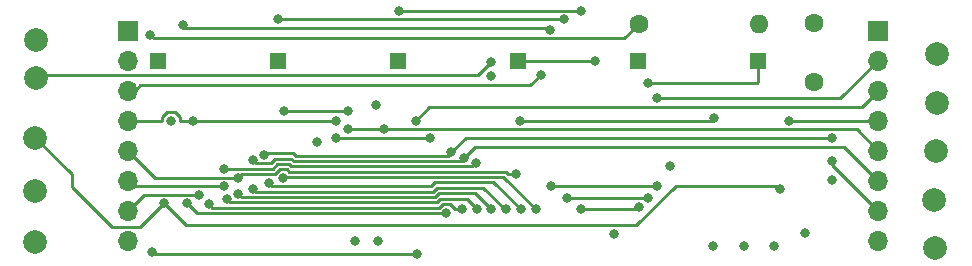
<source format=gbl>
G04 #@! TF.GenerationSoftware,KiCad,Pcbnew,6.0.9-8da3e8f707~116~ubuntu20.04.1*
G04 #@! TF.CreationDate,2022-11-05T14:44:27+00:00*
G04 #@! TF.ProjectId,slrm,736c726d-2e6b-4696-9361-645f70636258,rev?*
G04 #@! TF.SameCoordinates,Original*
G04 #@! TF.FileFunction,Copper,L4,Bot*
G04 #@! TF.FilePolarity,Positive*
%FSLAX46Y46*%
G04 Gerber Fmt 4.6, Leading zero omitted, Abs format (unit mm)*
G04 Created by KiCad (PCBNEW 6.0.9-8da3e8f707~116~ubuntu20.04.1) date 2022-11-05 14:44:27*
%MOMM*%
%LPD*%
G01*
G04 APERTURE LIST*
G04 #@! TA.AperFunction,ComponentPad*
%ADD10R,1.350000X1.350000*%
G04 #@! TD*
G04 #@! TA.AperFunction,ComponentPad*
%ADD11C,2.000000*%
G04 #@! TD*
G04 #@! TA.AperFunction,ComponentPad*
%ADD12C,1.600000*%
G04 #@! TD*
G04 #@! TA.AperFunction,ComponentPad*
%ADD13R,1.700000X1.700000*%
G04 #@! TD*
G04 #@! TA.AperFunction,ComponentPad*
%ADD14O,1.700000X1.700000*%
G04 #@! TD*
G04 #@! TA.AperFunction,ComponentPad*
%ADD15O,1.600000X1.600000*%
G04 #@! TD*
G04 #@! TA.AperFunction,ViaPad*
%ADD16C,0.800000*%
G04 #@! TD*
G04 #@! TA.AperFunction,Conductor*
%ADD17C,0.250000*%
G04 #@! TD*
G04 APERTURE END LIST*
D10*
X121920000Y-88900000D03*
X162560000Y-88900000D03*
D11*
X187629800Y-100660200D03*
X111480600Y-104241600D03*
D12*
X177400000Y-85690000D03*
X177400000Y-90690000D03*
D10*
X142240000Y-88900000D03*
D11*
X111480600Y-99898200D03*
X111480600Y-95427800D03*
X111582200Y-87172800D03*
D13*
X119380000Y-86360000D03*
D14*
X119380000Y-88900000D03*
X119380000Y-91440000D03*
X119380000Y-93980000D03*
X119380000Y-96520000D03*
X119380000Y-99060000D03*
X119380000Y-101600000D03*
X119380000Y-104140000D03*
D12*
X162585400Y-85826600D03*
D15*
X172745400Y-85826600D03*
D13*
X182880000Y-86360000D03*
D14*
X182880000Y-88900000D03*
X182880000Y-91440000D03*
X182880000Y-93980000D03*
X182880000Y-96520000D03*
X182880000Y-99060000D03*
X182880000Y-101600000D03*
X182880000Y-104140000D03*
D10*
X132080000Y-88900000D03*
X172720000Y-88900000D03*
D11*
X187680600Y-104749600D03*
X187807600Y-96545400D03*
X187858400Y-92481400D03*
X111600000Y-90410000D03*
D10*
X152400000Y-88900000D03*
D11*
X187833000Y-88366600D03*
D16*
X138585685Y-104205946D03*
X176700000Y-103500000D03*
X140350000Y-92650000D03*
X135320000Y-95750000D03*
X179000000Y-99000000D03*
X168930000Y-104600000D03*
X174040000Y-104630000D03*
X150100000Y-90200000D03*
X140500000Y-104200000D03*
X123000000Y-93980000D03*
X165240000Y-97820000D03*
X171480000Y-104630000D03*
X160500000Y-103600000D03*
X121195500Y-86700000D03*
X154300000Y-90100000D03*
X137000000Y-95451000D03*
X144900000Y-95451000D03*
X137000000Y-93980000D03*
X124900000Y-93980000D03*
X128700000Y-98800000D03*
X152200000Y-98500000D03*
X127482600Y-98075500D03*
X148800000Y-97575500D03*
X127500000Y-99524500D03*
X121400000Y-105100000D03*
X125345059Y-100249000D03*
X143800000Y-105300000D03*
X155100000Y-86300000D03*
X124000000Y-85900000D03*
X156300000Y-85400000D03*
X132100000Y-85375500D03*
X157700000Y-84700000D03*
X142300000Y-84675500D03*
X158900000Y-88900000D03*
X162600000Y-101300000D03*
X157700000Y-101500000D03*
X163400000Y-90800000D03*
X156500000Y-100500000D03*
X163400000Y-100500000D03*
X155200000Y-99500000D03*
X164124500Y-99500000D03*
X164124500Y-92100000D03*
X143700000Y-94000000D03*
X175300000Y-94000000D03*
X138000000Y-93192600D03*
X138000000Y-94726500D03*
X132537200Y-93141800D03*
X141000000Y-94726500D03*
X129921000Y-97325500D03*
X147818154Y-97125500D03*
X130885397Y-96875500D03*
X146710400Y-96675500D03*
X179000000Y-97400000D03*
X179000000Y-95450500D03*
X174600000Y-99800000D03*
X122402600Y-100973500D03*
X146300000Y-101800000D03*
X124383800Y-100973500D03*
X126200000Y-101075500D03*
X147600000Y-101500000D03*
X148900000Y-101500000D03*
X127700000Y-100625500D03*
X150100000Y-101500000D03*
X128700000Y-100175500D03*
X129900000Y-99725500D03*
X151400000Y-101500000D03*
X152600000Y-101500000D03*
X131300000Y-99275500D03*
X153900000Y-101500000D03*
X132500000Y-98825500D03*
X168940000Y-93780000D03*
X152560000Y-94001500D03*
X150090000Y-89010000D03*
D17*
X121520500Y-87025000D02*
X121195500Y-86700000D01*
X161387000Y-87025000D02*
X121520500Y-87025000D01*
X161387000Y-87025000D02*
X162585400Y-85826600D01*
X119960000Y-91440000D02*
X120400000Y-91000000D01*
X154300000Y-90100000D02*
X153400000Y-91000000D01*
X153400000Y-91000000D02*
X120400000Y-91000000D01*
X119380000Y-91440000D02*
X119960000Y-91440000D01*
X123300305Y-93255000D02*
X122699695Y-93255000D01*
X137000000Y-93980000D02*
X124900000Y-93980000D01*
X122275000Y-93980000D02*
X119380000Y-93980000D01*
X144900000Y-95451000D02*
X137000000Y-95451000D01*
X123725000Y-93980000D02*
X123725000Y-93679695D01*
X122275000Y-93679695D02*
X122275000Y-93980000D01*
X122699695Y-93255000D02*
X122275000Y-93679695D01*
X124900000Y-93980000D02*
X123725000Y-93980000D01*
X123725000Y-93679695D02*
X123300305Y-93255000D01*
X132199695Y-98100500D02*
X132800305Y-98100500D01*
X132800305Y-98100500D02*
X132999805Y-98300000D01*
X128700000Y-98800000D02*
X129000000Y-98500000D01*
X151536396Y-98500000D02*
X152200000Y-98500000D01*
X132999805Y-98300000D02*
X151336396Y-98300000D01*
X128700000Y-98800000D02*
X121660000Y-98800000D01*
X129000000Y-98500000D02*
X131800195Y-98500000D01*
X121660000Y-98800000D02*
X119380000Y-96520000D01*
X151336396Y-98300000D02*
X151536396Y-98500000D01*
X131800195Y-98500000D02*
X132199695Y-98100500D01*
X119844500Y-99524500D02*
X119380000Y-99060000D01*
X132986701Y-97650500D02*
X133186201Y-97850000D01*
X131613799Y-98050000D02*
X132013299Y-97650500D01*
X133186201Y-97850000D02*
X148525500Y-97850000D01*
X127482600Y-98075500D02*
X127508100Y-98050000D01*
X127500000Y-99524500D02*
X119844500Y-99524500D01*
X148525500Y-97850000D02*
X148800000Y-97575500D01*
X127508100Y-98050000D02*
X131613799Y-98050000D01*
X132013299Y-97650500D02*
X132986701Y-97650500D01*
X120731000Y-100249000D02*
X119380000Y-101600000D01*
X121600000Y-105300000D02*
X121400000Y-105100000D01*
X125345059Y-100249000D02*
X120731000Y-100249000D01*
X143800000Y-105300000D02*
X121600000Y-105300000D01*
X124200000Y-86100000D02*
X154900000Y-86100000D01*
X124000000Y-85900000D02*
X124200000Y-86100000D01*
X154900000Y-86100000D02*
X155100000Y-86300000D01*
X132100000Y-85375500D02*
X132124500Y-85400000D01*
X132124500Y-85400000D02*
X156300000Y-85400000D01*
X142300500Y-84675000D02*
X142300000Y-84675500D01*
X157700000Y-84700000D02*
X157675000Y-84675000D01*
X157675000Y-84675000D02*
X142300500Y-84675000D01*
X158900000Y-88900000D02*
X152400000Y-88900000D01*
X162400000Y-101500000D02*
X162600000Y-101300000D01*
X157700000Y-101500000D02*
X162400000Y-101500000D01*
X172720000Y-88900000D02*
X172720000Y-90680000D01*
X156500000Y-100500000D02*
X163400000Y-100500000D01*
X172600000Y-90800000D02*
X163400000Y-90800000D01*
X172720000Y-90680000D02*
X172600000Y-90800000D01*
X155200000Y-99500000D02*
X164124500Y-99500000D01*
X164124500Y-92100000D02*
X179680000Y-92100000D01*
X182880000Y-88900000D02*
X179680000Y-92100000D01*
X182880000Y-91440000D02*
X181495000Y-92825000D01*
X144875000Y-92825000D02*
X143700000Y-94000000D01*
X181495000Y-92825000D02*
X144875000Y-92825000D01*
X175320000Y-93980000D02*
X175300000Y-94000000D01*
X182880000Y-93980000D02*
X175320000Y-93980000D01*
X182880000Y-96520000D02*
X181086000Y-94726000D01*
X132555400Y-93160000D02*
X137967400Y-93160000D01*
X141000500Y-94726000D02*
X141000000Y-94726500D01*
X132537200Y-93141800D02*
X132555400Y-93160000D01*
X137967400Y-93160000D02*
X138000000Y-93192600D01*
X181086000Y-94726000D02*
X141000500Y-94726000D01*
X141000000Y-94726500D02*
X138000000Y-94726500D01*
X131427403Y-97600000D02*
X131826903Y-97200500D01*
X133372597Y-97400000D02*
X147543654Y-97400000D01*
X129921000Y-97325500D02*
X130195500Y-97600000D01*
X180020000Y-96200000D02*
X182880000Y-99060000D01*
X147818154Y-97125500D02*
X148743654Y-96200000D01*
X131826903Y-97200500D02*
X133173097Y-97200500D01*
X148743654Y-96200000D02*
X180020000Y-96200000D01*
X133173097Y-97200500D02*
X133372597Y-97400000D01*
X130195500Y-97600000D02*
X131427403Y-97600000D01*
X147543654Y-97400000D02*
X147818154Y-97125500D01*
X147935400Y-95450500D02*
X179000000Y-95450500D01*
X146435900Y-96950000D02*
X146710400Y-96675500D01*
X131010397Y-96750500D02*
X133359493Y-96750500D01*
X146710400Y-96675500D02*
X147935400Y-95450500D01*
X130885397Y-96875500D02*
X131010397Y-96750500D01*
X182880000Y-101600000D02*
X179000000Y-97720000D01*
X133558993Y-96950000D02*
X146435900Y-96950000D01*
X133359493Y-96750500D02*
X133558993Y-96950000D01*
X179000000Y-97720000D02*
X179000000Y-97400000D01*
X124229100Y-102800000D02*
X162400000Y-102800000D01*
X117976400Y-102965000D02*
X114579400Y-99568000D01*
X122402600Y-100973500D02*
X124229100Y-102800000D01*
X165725000Y-99475000D02*
X174275000Y-99475000D01*
X174275000Y-99475000D02*
X174600000Y-99800000D01*
X114579400Y-98526600D02*
X111480600Y-95427800D01*
X122402600Y-100973500D02*
X120411100Y-102965000D01*
X162400000Y-102800000D02*
X165725000Y-99475000D01*
X120411100Y-102965000D02*
X117976400Y-102965000D01*
X114579400Y-99568000D02*
X114579400Y-98526600D01*
X124383800Y-100973500D02*
X125210300Y-101800000D01*
X125210300Y-101800000D02*
X146300000Y-101800000D01*
X145999695Y-101075000D02*
X145724695Y-101350000D01*
X145724695Y-101350000D02*
X126474500Y-101350000D01*
X147025000Y-101500000D02*
X147025000Y-101499695D01*
X146600305Y-101075000D02*
X145999695Y-101075000D01*
X126474500Y-101350000D02*
X126200000Y-101075500D01*
X147025000Y-101499695D02*
X146600305Y-101075000D01*
X147600000Y-101500000D02*
X147025000Y-101500000D01*
X127974500Y-100900000D02*
X127700000Y-100625500D01*
X145813299Y-100625000D02*
X145538299Y-100900000D01*
X145538299Y-100900000D02*
X127974500Y-100900000D01*
X148900000Y-101500000D02*
X148025000Y-100625000D01*
X148025000Y-100625000D02*
X145813299Y-100625000D01*
X145351903Y-100450000D02*
X128974500Y-100450000D01*
X145701903Y-100100000D02*
X145351903Y-100450000D01*
X148700000Y-100100000D02*
X145701903Y-100100000D01*
X150100000Y-101500000D02*
X148700000Y-100100000D01*
X128974500Y-100450000D02*
X128700000Y-100175500D01*
X129900000Y-99725500D02*
X130174500Y-100000000D01*
X130174500Y-100000000D02*
X145165507Y-100000000D01*
X149450000Y-99650000D02*
X151300000Y-101500000D01*
X151300000Y-101500000D02*
X151400000Y-101500000D01*
X145515507Y-99650000D02*
X149450000Y-99650000D01*
X145165507Y-100000000D02*
X145515507Y-99650000D01*
X144979111Y-99550000D02*
X145329111Y-99200000D01*
X131574500Y-99550000D02*
X144979111Y-99550000D01*
X131300000Y-99275500D02*
X131574500Y-99550000D01*
X150300000Y-99200000D02*
X152600000Y-101500000D01*
X145329111Y-99200000D02*
X150300000Y-99200000D01*
X151150000Y-98750000D02*
X153900000Y-101500000D01*
X132575500Y-98750000D02*
X151150000Y-98750000D01*
X132500000Y-98825500D02*
X132575500Y-98750000D01*
X152578500Y-94020000D02*
X168700000Y-94020000D01*
X149025000Y-90075000D02*
X111935000Y-90075000D01*
X111935000Y-90075000D02*
X111600000Y-90410000D01*
X168700000Y-94020000D02*
X168940000Y-93780000D01*
X150090000Y-89010000D02*
X149025000Y-90075000D01*
X152560000Y-94001500D02*
X152578500Y-94020000D01*
M02*

</source>
